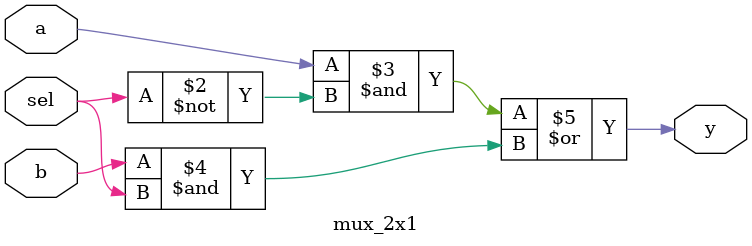
<source format=sv>
module logicgates_using_mux(input wire a, b, output reg y1, y2, y3, y4, y5, y6);
  mux_2x1 and_gate(1'b0, b, a, y1);
  mux_2x1 nand_gate(1'b1, ~b, a, y2);
  mux_2x1 or_gate(b, 1'b1, a, y3);
  mux_2x1 nor_gate(~b, 1'b0, a, y4);
  mux_2x1 xor_gate(b, ~b, a, y5);
  mux_2x1 xnor_gate(~b, b, a, y6);
endmodule

module mux_2x1(input wire a, b, sel, output reg y);
  always @(*) begin
    y = (a & ~sel) | (b & sel);
  end
endmodule

</source>
